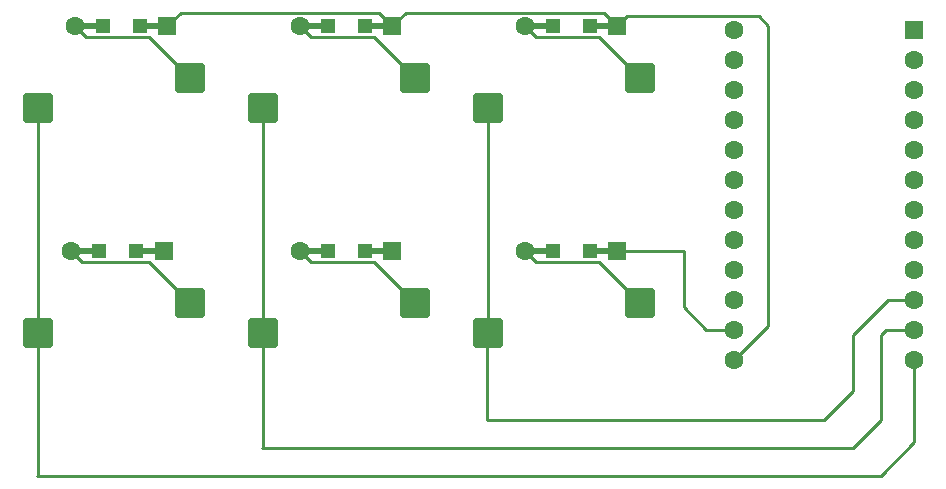
<source format=gbr>
%TF.GenerationSoftware,KiCad,Pcbnew,(6.0.4)*%
%TF.CreationDate,2022-04-16T12:25:48+05:30*%
%TF.ProjectId,another one,616e6f74-6865-4722-906f-6e652e6b6963,rev?*%
%TF.SameCoordinates,Original*%
%TF.FileFunction,Copper,L2,Bot*%
%TF.FilePolarity,Positive*%
%FSLAX46Y46*%
G04 Gerber Fmt 4.6, Leading zero omitted, Abs format (unit mm)*
G04 Created by KiCad (PCBNEW (6.0.4)) date 2022-04-16 12:25:48*
%MOMM*%
%LPD*%
G01*
G04 APERTURE LIST*
G04 Aperture macros list*
%AMRoundRect*
0 Rectangle with rounded corners*
0 $1 Rounding radius*
0 $2 $3 $4 $5 $6 $7 $8 $9 X,Y pos of 4 corners*
0 Add a 4 corners polygon primitive as box body*
4,1,4,$2,$3,$4,$5,$6,$7,$8,$9,$2,$3,0*
0 Add four circle primitives for the rounded corners*
1,1,$1+$1,$2,$3*
1,1,$1+$1,$4,$5*
1,1,$1+$1,$6,$7*
1,1,$1+$1,$8,$9*
0 Add four rect primitives between the rounded corners*
20,1,$1+$1,$2,$3,$4,$5,0*
20,1,$1+$1,$4,$5,$6,$7,0*
20,1,$1+$1,$6,$7,$8,$9,0*
20,1,$1+$1,$8,$9,$2,$3,0*%
G04 Aperture macros list end*
%TA.AperFunction,SMDPad,CuDef*%
%ADD10R,1.200000X1.200000*%
%TD*%
%TA.AperFunction,ComponentPad*%
%ADD11R,1.600000X1.600000*%
%TD*%
%TA.AperFunction,ComponentPad*%
%ADD12C,1.600000*%
%TD*%
%TA.AperFunction,SMDPad,CuDef*%
%ADD13R,2.500000X0.500000*%
%TD*%
%TA.AperFunction,SMDPad,CuDef*%
%ADD14RoundRect,0.250000X-1.025000X-1.000000X1.025000X-1.000000X1.025000X1.000000X-1.025000X1.000000X0*%
%TD*%
%TA.AperFunction,Conductor*%
%ADD15C,0.250000*%
%TD*%
G04 APERTURE END LIST*
D10*
%TO.P,D6,2,A*%
%TO.N,Net-(D6-Pad2)*%
X243693750Y-38100000D03*
%TO.P,D6,1,K*%
%TO.N,row1*%
X246843750Y-38100000D03*
D11*
X249168750Y-38100000D03*
D12*
%TO.P,D6,2,A*%
%TO.N,Net-(D6-Pad2)*%
X241368750Y-38100000D03*
D13*
%TO.P,D6,1,K*%
%TO.N,row1*%
X247968750Y-38100000D03*
%TO.P,D6,2,A*%
%TO.N,Net-(D6-Pad2)*%
X242568750Y-38100000D03*
%TD*%
D10*
%TO.P,D5,2,A*%
%TO.N,Net-(D5-Pad2)*%
X243693750Y-19050000D03*
%TO.P,D5,1,K*%
%TO.N,row0*%
X246843750Y-19050000D03*
D11*
X249168750Y-19050000D03*
D12*
%TO.P,D5,2,A*%
%TO.N,Net-(D5-Pad2)*%
X241368750Y-19050000D03*
D13*
%TO.P,D5,1,K*%
%TO.N,row0*%
X247968750Y-19050000D03*
%TO.P,D5,2,A*%
%TO.N,Net-(D5-Pad2)*%
X242568750Y-19050000D03*
%TD*%
D10*
%TO.P,D4,2,A*%
%TO.N,Net-(D4-Pad2)*%
X224643750Y-38100000D03*
%TO.P,D4,1,K*%
%TO.N,row1*%
X227793750Y-38100000D03*
D11*
X230118750Y-38100000D03*
D12*
%TO.P,D4,2,A*%
%TO.N,Net-(D4-Pad2)*%
X222318750Y-38100000D03*
D13*
%TO.P,D4,1,K*%
%TO.N,row1*%
X228918750Y-38100000D03*
%TO.P,D4,2,A*%
%TO.N,Net-(D4-Pad2)*%
X223518750Y-38100000D03*
%TD*%
D10*
%TO.P,D3,2,A*%
%TO.N,Net-(D3-Pad2)*%
X224643750Y-19050000D03*
%TO.P,D3,1,K*%
%TO.N,row0*%
X227793750Y-19050000D03*
D11*
X230118750Y-19050000D03*
D12*
%TO.P,D3,2,A*%
%TO.N,Net-(D3-Pad2)*%
X222318750Y-19050000D03*
D13*
%TO.P,D3,1,K*%
%TO.N,row0*%
X228918750Y-19050000D03*
%TO.P,D3,2,A*%
%TO.N,Net-(D3-Pad2)*%
X223518750Y-19050000D03*
%TD*%
D10*
%TO.P,D2,2,A*%
%TO.N,Net-(D2-Pad2)*%
X205275000Y-38100000D03*
%TO.P,D2,1,K*%
%TO.N,row1*%
X208425000Y-38100000D03*
D11*
X210750000Y-38100000D03*
D12*
%TO.P,D2,2,A*%
%TO.N,Net-(D2-Pad2)*%
X202950000Y-38100000D03*
D13*
%TO.P,D2,1,K*%
%TO.N,row1*%
X209550000Y-38100000D03*
%TO.P,D2,2,A*%
%TO.N,Net-(D2-Pad2)*%
X204150000Y-38100000D03*
%TD*%
D12*
%TO.P,U1,24,RAW*%
%TO.N,unconnected-(U1-Pad24)*%
X259080000Y-19367500D03*
%TO.P,U1,23,GND*%
%TO.N,unconnected-(U1-Pad23)*%
X259080000Y-21907500D03*
%TO.P,U1,22,RST*%
%TO.N,unconnected-(U1-Pad22)*%
X259080000Y-24447500D03*
%TO.P,U1,21,VCC*%
%TO.N,unconnected-(U1-Pad21)*%
X259080000Y-26987500D03*
%TO.P,U1,20,F4*%
%TO.N,unconnected-(U1-Pad20)*%
X259080000Y-29527500D03*
%TO.P,U1,19,F5*%
%TO.N,unconnected-(U1-Pad19)*%
X259080000Y-32067500D03*
%TO.P,U1,18,F6*%
%TO.N,unconnected-(U1-Pad18)*%
X259080000Y-34607500D03*
%TO.P,U1,17,F7*%
%TO.N,unconnected-(U1-Pad17)*%
X259080000Y-37147500D03*
%TO.P,U1,16,B1*%
%TO.N,unconnected-(U1-Pad16)*%
X259080000Y-39687500D03*
%TO.P,U1,15,B3*%
%TO.N,unconnected-(U1-Pad15)*%
X259080000Y-42227500D03*
%TO.P,U1,14,B2*%
%TO.N,row1*%
X259080000Y-44767500D03*
%TO.P,U1,13,B6*%
%TO.N,row0*%
X259080000Y-47307500D03*
%TO.P,U1,12,B5*%
%TO.N,col0*%
X274320000Y-47307500D03*
%TO.P,U1,11,B4*%
%TO.N,col1*%
X274320000Y-44767500D03*
%TO.P,U1,10,E6*%
%TO.N,col2*%
X274320000Y-42227500D03*
%TO.P,U1,9,D7*%
%TO.N,unconnected-(U1-Pad9)*%
X274320000Y-39687500D03*
%TO.P,U1,8,C6*%
%TO.N,unconnected-(U1-Pad8)*%
X274320000Y-37147500D03*
%TO.P,U1,7,D4*%
%TO.N,unconnected-(U1-Pad7)*%
X274320000Y-34607500D03*
%TO.P,U1,6,SCL*%
%TO.N,unconnected-(U1-Pad6)*%
X274320000Y-32067500D03*
%TO.P,U1,5,SDA*%
%TO.N,unconnected-(U1-Pad5)*%
X274320000Y-29527500D03*
%TO.P,U1,4,GND*%
%TO.N,+5V*%
X274320000Y-26987500D03*
%TO.P,U1,3,GND*%
X274320000Y-24447500D03*
%TO.P,U1,2,RX*%
%TO.N,unconnected-(U1-Pad2)*%
X274320000Y-21907500D03*
D11*
%TO.P,U1,1,TX*%
%TO.N,unconnected-(U1-Pad1)*%
X274320000Y-19367500D03*
%TD*%
D14*
%TO.P,K6,2*%
%TO.N,Net-(D6-Pad2)*%
X251110750Y-42545000D03*
%TO.P,K6,1*%
%TO.N,col2*%
X238183750Y-45085000D03*
%TD*%
%TO.P,K5,2*%
%TO.N,Net-(D5-Pad2)*%
X251110750Y-23495000D03*
%TO.P,K5,1*%
%TO.N,col2*%
X238183750Y-26035000D03*
%TD*%
%TO.P,K4,2*%
%TO.N,Net-(D4-Pad2)*%
X232060750Y-42545000D03*
%TO.P,K4,1*%
%TO.N,col1*%
X219133750Y-45085000D03*
%TD*%
%TO.P,K3,2*%
%TO.N,Net-(D3-Pad2)*%
X232060750Y-23495000D03*
%TO.P,K3,1*%
%TO.N,col1*%
X219133750Y-26035000D03*
%TD*%
%TO.P,K2,2*%
%TO.N,Net-(D2-Pad2)*%
X213010750Y-42545000D03*
%TO.P,K2,1*%
%TO.N,col0*%
X200083750Y-45085000D03*
%TD*%
%TO.P,K1,2*%
%TO.N,Net-(D1-Pad2)*%
X213010750Y-23495000D03*
%TO.P,K1,1*%
%TO.N,col0*%
X200083750Y-26035000D03*
%TD*%
D13*
%TO.P,D1,2,A*%
%TO.N,Net-(D1-Pad2)*%
X204468750Y-19050000D03*
%TO.P,D1,1,K*%
%TO.N,row0*%
X209868750Y-19050000D03*
D12*
%TO.P,D1,2,A*%
%TO.N,Net-(D1-Pad2)*%
X203268750Y-19050000D03*
D11*
%TO.P,D1,1,K*%
%TO.N,row0*%
X211068750Y-19050000D03*
D10*
X208743750Y-19050000D03*
%TO.P,D1,2,A*%
%TO.N,Net-(D1-Pad2)*%
X205593750Y-19050000D03*
%TD*%
D15*
%TO.N,Net-(D3-Pad2)*%
X228540261Y-19974511D02*
X232060750Y-23495000D01*
X223243261Y-19974511D02*
X228540261Y-19974511D01*
X222318750Y-19050000D02*
X223243261Y-19974511D01*
%TO.N,row0*%
X248044239Y-17925489D02*
X249168750Y-19050000D01*
X231243261Y-17925489D02*
X248044239Y-17925489D01*
X230118750Y-19050000D02*
X231243261Y-17925489D01*
X212193261Y-17925489D02*
X228994239Y-17925489D01*
X211068750Y-19050000D02*
X212193261Y-17925489D01*
X228994239Y-17925489D02*
X230118750Y-19050000D01*
%TO.N,col2*%
X238183750Y-26035000D02*
X238183750Y-45085000D01*
%TO.N,col1*%
X219133750Y-26035000D02*
X219133750Y-45085000D01*
%TO.N,col0*%
X200083750Y-26035000D02*
X200083750Y-45085000D01*
%TO.N,Net-(D2-Pad2)*%
X203874511Y-39024511D02*
X209490261Y-39024511D01*
X209490261Y-39024511D02*
X213010750Y-42545000D01*
X202950000Y-38100000D02*
X203874511Y-39024511D01*
%TO.N,Net-(D4-Pad2)*%
X228540261Y-39024511D02*
X232060750Y-42545000D01*
X223243261Y-39024511D02*
X228540261Y-39024511D01*
X222318750Y-38100000D02*
X223243261Y-39024511D01*
%TO.N,Net-(D6-Pad2)*%
X247590261Y-39024511D02*
X251110750Y-42545000D01*
X242293261Y-39024511D02*
X247590261Y-39024511D01*
X241368750Y-38100000D02*
X242293261Y-39024511D01*
%TO.N,Net-(D5-Pad2)*%
X247590261Y-19974511D02*
X251110750Y-23495000D01*
X242293261Y-19974511D02*
X247590261Y-19974511D01*
X241368750Y-19050000D02*
X242293261Y-19974511D01*
%TO.N,Net-(D1-Pad2)*%
X209490261Y-19974511D02*
X213010750Y-23495000D01*
X204193261Y-19974511D02*
X209490261Y-19974511D01*
X203268750Y-19050000D02*
X204193261Y-19974511D01*
%TO.N,row0*%
X261130489Y-18242989D02*
X249975761Y-18242989D01*
X261937500Y-19050000D02*
X261130489Y-18242989D01*
X249975761Y-18242989D02*
X249168750Y-19050000D01*
X261937500Y-44450000D02*
X261937500Y-19050000D01*
X259080000Y-47307500D02*
X261937500Y-44450000D01*
%TO.N,row1*%
X256698750Y-44767500D02*
X259080000Y-44767500D01*
X254793750Y-42862500D02*
X256698750Y-44767500D01*
X254793750Y-38100000D02*
X254793750Y-42862500D01*
X249168750Y-38100000D02*
X254793750Y-38100000D01*
%TO.N,col2*%
X238125000Y-52387500D02*
X238125000Y-45143750D01*
X266700000Y-52387500D02*
X238125000Y-52387500D01*
X269081250Y-45243750D02*
X269081250Y-50006250D01*
X238125000Y-45143750D02*
X238183750Y-45085000D01*
X272097500Y-42227500D02*
X269081250Y-45243750D01*
X269081250Y-50006250D02*
X266700000Y-52387500D01*
X274320000Y-42227500D02*
X272097500Y-42227500D01*
%TO.N,col1*%
X271938750Y-44767500D02*
X274320000Y-44767500D01*
X269081250Y-54768750D02*
X271462500Y-52387500D01*
X219075000Y-54768750D02*
X269081250Y-54768750D01*
X271462500Y-52387500D02*
X271462500Y-45243750D01*
X219133750Y-54710000D02*
X219075000Y-54768750D01*
X219133750Y-45085000D02*
X219133750Y-54710000D01*
X271462500Y-45243750D02*
X271938750Y-44767500D01*
%TO.N,col0*%
X271462500Y-57150000D02*
X274320000Y-54292500D01*
X200025000Y-57150000D02*
X271462500Y-57150000D01*
X274320000Y-54292500D02*
X274320000Y-47307500D01*
X200083750Y-57091250D02*
X200025000Y-57150000D01*
X200083750Y-45085000D02*
X200083750Y-57091250D01*
%TD*%
M02*

</source>
